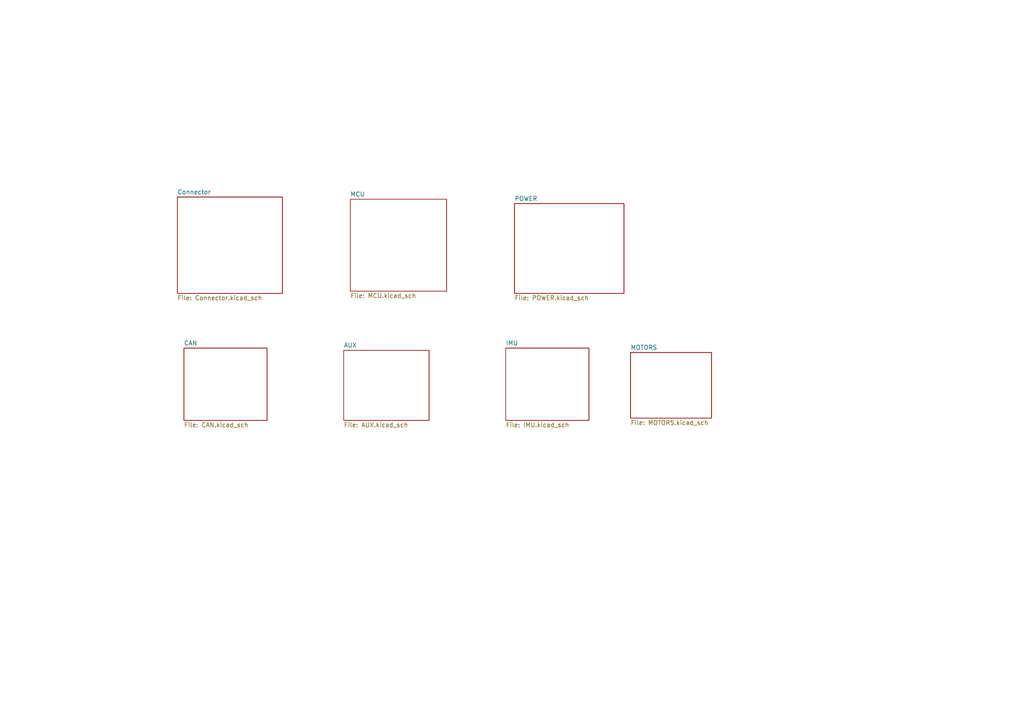
<source format=kicad_sch>
(kicad_sch
	(version 20231120)
	(generator "eeschema")
	(generator_version "8.0")
	(uuid "198a8b93-d4d2-4ece-a45e-b2e33298c67e")
	(paper "A4")
	(lib_symbols)
	(sheet
		(at 51.435 57.15)
		(size 30.48 27.94)
		(fields_autoplaced yes)
		(stroke
			(width 0.1524)
			(type solid)
		)
		(fill
			(color 0 0 0 0.0000)
		)
		(uuid "0c41c39c-5fa9-4f81-82a2-944d35a16623")
		(property "Sheetname" "Connector"
			(at 51.435 56.4384 0)
			(effects
				(font
					(size 1.27 1.27)
				)
				(justify left bottom)
			)
		)
		(property "Sheetfile" "Connector.kicad_sch"
			(at 51.435 85.6746 0)
			(effects
				(font
					(size 1.27 1.27)
				)
				(justify left top)
			)
		)
		(instances
			(project "MEGANE"
				(path "/198a8b93-d4d2-4ece-a45e-b2e33298c67e"
					(page "2")
				)
			)
		)
	)
	(sheet
		(at 101.6 57.785)
		(size 27.94 26.67)
		(fields_autoplaced yes)
		(stroke
			(width 0.1524)
			(type solid)
		)
		(fill
			(color 0 0 0 0.0000)
		)
		(uuid "37571e0b-f761-4a65-9c05-1eb79206c7fb")
		(property "Sheetname" "MCU"
			(at 101.6 57.0734 0)
			(effects
				(font
					(size 1.27 1.27)
				)
				(justify left bottom)
			)
		)
		(property "Sheetfile" "MCU.kicad_sch"
			(at 101.6 85.0396 0)
			(effects
				(font
					(size 1.27 1.27)
				)
				(justify left top)
			)
		)
		(instances
			(project "MEGANE"
				(path "/198a8b93-d4d2-4ece-a45e-b2e33298c67e"
					(page "3")
				)
			)
		)
	)
	(sheet
		(at 99.695 101.6)
		(size 24.765 20.32)
		(fields_autoplaced yes)
		(stroke
			(width 0.1524)
			(type solid)
		)
		(fill
			(color 0 0 0 0.0000)
		)
		(uuid "4f4a3334-1ad4-4f93-93eb-c5a151bf1647")
		(property "Sheetname" "AUX"
			(at 99.695 100.8884 0)
			(effects
				(font
					(size 1.27 1.27)
				)
				(justify left bottom)
			)
		)
		(property "Sheetfile" "AUX.kicad_sch"
			(at 99.695 122.5046 0)
			(effects
				(font
					(size 1.27 1.27)
				)
				(justify left top)
			)
		)
		(instances
			(project "MEGANE"
				(path "/198a8b93-d4d2-4ece-a45e-b2e33298c67e"
					(page "6")
				)
			)
		)
	)
	(sheet
		(at 146.685 100.965)
		(size 24.13 20.955)
		(fields_autoplaced yes)
		(stroke
			(width 0.1524)
			(type solid)
		)
		(fill
			(color 0 0 0 0.0000)
		)
		(uuid "5492e466-4641-4498-87c7-872b01be064c")
		(property "Sheetname" "IMU"
			(at 146.685 100.2534 0)
			(effects
				(font
					(size 1.27 1.27)
				)
				(justify left bottom)
			)
		)
		(property "Sheetfile" "IMU.kicad_sch"
			(at 146.685 122.5046 0)
			(effects
				(font
					(size 1.27 1.27)
				)
				(justify left top)
			)
		)
		(instances
			(project "MEGANE"
				(path "/198a8b93-d4d2-4ece-a45e-b2e33298c67e"
					(page "7")
				)
			)
		)
	)
	(sheet
		(at 53.34 100.965)
		(size 24.13 20.955)
		(fields_autoplaced yes)
		(stroke
			(width 0.1524)
			(type solid)
		)
		(fill
			(color 0 0 0 0.0000)
		)
		(uuid "72e3cd6b-4308-480c-bda0-28d3416f0597")
		(property "Sheetname" "CAN"
			(at 53.34 100.2534 0)
			(effects
				(font
					(size 1.27 1.27)
				)
				(justify left bottom)
			)
		)
		(property "Sheetfile" "CAN.kicad_sch"
			(at 53.34 122.5046 0)
			(effects
				(font
					(size 1.27 1.27)
				)
				(justify left top)
			)
		)
		(instances
			(project "MEGANE"
				(path "/198a8b93-d4d2-4ece-a45e-b2e33298c67e"
					(page "5")
				)
			)
		)
	)
	(sheet
		(at 149.225 59.055)
		(size 31.75 26.035)
		(fields_autoplaced yes)
		(stroke
			(width 0.1524)
			(type solid)
		)
		(fill
			(color 0 0 0 0.0000)
		)
		(uuid "77654dcf-3e10-4064-ad4b-ca400858d965")
		(property "Sheetname" "POWER"
			(at 149.225 58.3434 0)
			(effects
				(font
					(size 1.27 1.27)
				)
				(justify left bottom)
			)
		)
		(property "Sheetfile" "POWER.kicad_sch"
			(at 149.225 85.6746 0)
			(effects
				(font
					(size 1.27 1.27)
				)
				(justify left top)
			)
		)
		(instances
			(project "MEGANE"
				(path "/198a8b93-d4d2-4ece-a45e-b2e33298c67e"
					(page "4")
				)
			)
		)
	)
	(sheet
		(at 182.88 102.235)
		(size 23.495 19.05)
		(fields_autoplaced yes)
		(stroke
			(width 0.1524)
			(type solid)
		)
		(fill
			(color 0 0 0 0.0000)
		)
		(uuid "a75c3969-4a3c-4d60-87aa-921ddf8ac88e")
		(property "Sheetname" "MOTORS"
			(at 182.88 101.5234 0)
			(effects
				(font
					(size 1.27 1.27)
				)
				(justify left bottom)
			)
		)
		(property "Sheetfile" "MOTORS.kicad_sch"
			(at 182.88 121.8696 0)
			(effects
				(font
					(size 1.27 1.27)
				)
				(justify left top)
			)
		)
		(instances
			(project "MEGANE"
				(path "/198a8b93-d4d2-4ece-a45e-b2e33298c67e"
					(page "8")
				)
			)
		)
	)
	(sheet_instances
		(path "/"
			(page "1")
		)
	)
)

</source>
